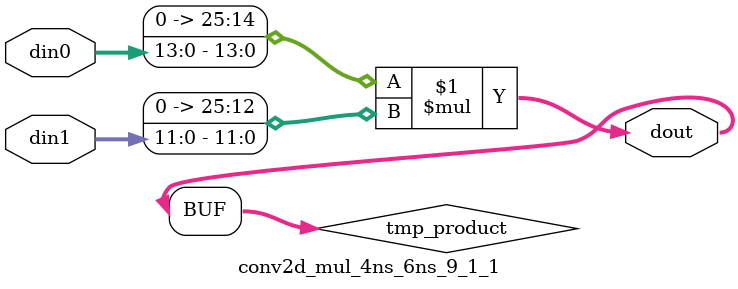
<source format=v>

`timescale 1 ns / 1 ps

 (* DowngradeIPIdentifiedWarnings="yes" *) module conv2d_mul_4ns_6ns_9_1_1(din0, din1, dout);
parameter ID = 1;
parameter NUM_STAGE = 0;
parameter din0_WIDTH = 14;
parameter din1_WIDTH = 12;
parameter dout_WIDTH = 26;

input [din0_WIDTH - 1 : 0] din0; 
input [din1_WIDTH - 1 : 0] din1; 
output [dout_WIDTH - 1 : 0] dout;

wire signed [dout_WIDTH - 1 : 0] tmp_product;
























assign tmp_product = $signed({1'b0, din0}) * $signed({1'b0, din1});











assign dout = tmp_product;





















endmodule

</source>
